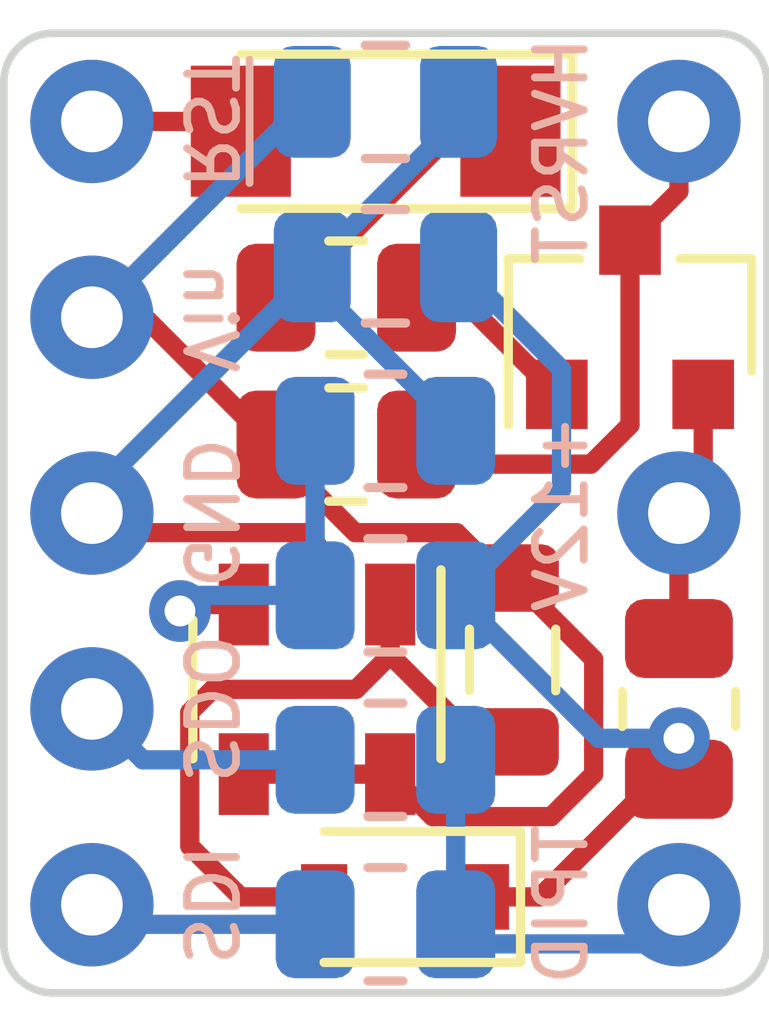
<source format=kicad_pcb>
(kicad_pcb (version 20211014) (generator pcbnew)
  (layers (0 "F.Cu" signal) (31 "B.Cu" signal) (34 "B.Paste" user) (35 "F.Paste" user) (36 "B.SilkS" user "B.Silkscreen") (37 "F.SilkS" user "F.Silkscreen") (38 "B.Mask" user) (39 "F.Mask" user) (44 "Edge.Cuts" user))
  (net 0 "")
  (net 1 "Net-(C2-Pad2)")
  (net 2 "Net-(Q1-Pad1)")
  (net 3 "GND")
  (net 4 "V_{in}")
  (net 5 "~{RST}")
  (net 6 "HVRST")
  (net 7 "Net-(D1-Pad2)")
  (net 8 "Net-(R3-Pad1)")
  (net 9 "Net-(D2-Pad1)")
  (net 10 "12V")
  (net 11 "TPIDATA")
  (net 12 "MISO")
  (net 13 "MOSI")
  (footprint "Diode_SMD:D_SOD-323" (layer "F.Cu") (at 76.454 109.6264 180)
    (fp_text reference "D1" hide)
    (fp_text value "NSR0240HT1G" hide)
    (fp_line (start -1.5 0.85) (end 1.05 0.85) (layer "F.SilkS") (width 0.12))
    (fp_line (start -1.5 -0.85) (end 1.05 -0.85) (layer "F.SilkS") (width 0.12))
    (fp_line (start -1.5 -0.85) (end -1.5 0.85) (layer "F.SilkS") (width 0.12))
    (pad "1" smd rect locked (at -1.05 0 180) (size 0.6 0.85) (layers "F.Cu" "F.Paste" "F.Mask") (net 1 "Net-(C2-Pad2)"))
    (pad "2" smd rect locked (at 1.05 0 180) (size 0.6 0.85) (layers "F.Cu" "F.Paste" "F.Mask") (net 7 "Net-(D1-Pad2)"))
  )
  (footprint "Package_TO_SOT_SMD:SOT-23" (layer "F.Cu") (at 79.375 102.108 90)
    (fp_text reference "Q1" hide)
    (fp_text value "Q_PNP_BEC" hide)
    (fp_line (start 0.76 -1.58) (end -1.4 -1.58) (layer "F.SilkS") (width 0.12))
    (fp_line (start 0.76 1.58) (end 0.76 0.65) (layer "F.SilkS") (width 0.12))
    (fp_line (start 0.76 -1.58) (end 0.76 -0.65) (layer "F.SilkS") (width 0.12))
    (fp_line (start 0.76 1.58) (end -0.7 1.58) (layer "F.SilkS") (width 0.12))
    (pad "1" smd rect locked (at -1 -0.95 90) (size 0.9 0.8) (layers "F.Cu" "F.Paste" "F.Mask") (net 2 "Net-(Q1-Pad1)"))
    (pad "2" smd rect locked (at -1 0.95 90) (size 0.9 0.8) (layers "F.Cu" "F.Paste" "F.Mask") (net 10 "12V"))
    (pad "3" smd rect locked (at 1 0 90) (size 0.9 0.8) (layers "F.Cu" "F.Paste" "F.Mask") (net 6 "HVRST"))
  )
  (footprint "Resistor_SMD:R_0805_2012Metric" (layer "F.Cu") (at 75.692 101.854 180)
    (fp_text reference "R1" hide)
    (fp_text value "5kΩ" hide)
    (fp_line (start -0.227064 -0.735) (end 0.227064 -0.735) (layer "F.SilkS") (width 0.12))
    (fp_line (start -0.227064 0.735) (end 0.227064 0.735) (layer "F.SilkS") (width 0.12))
    (pad "1" smd roundrect locked (at -0.9125 0 180) (size 1.025 1.4) (layers "F.Cu" "F.Paste" "F.Mask") (roundrect_rratio 0.243902) (net 2 "Net-(Q1-Pad1)"))
    (pad "2" smd roundrect locked (at 0.9125 0 180) (size 1.025 1.4) (layers "F.Cu" "F.Paste" "F.Mask") (roundrect_rratio 0.243902) (net 9 "Net-(D2-Pad1)"))
  )
  (footprint "Resistor_SMD:R_0805_2012Metric" (layer "F.Cu") (at 80.01 107.188 -90)
    (fp_text reference "R2" hide)
    (fp_text value "1kΩ" hide)
    (fp_line (start -0.227064 0.735) (end 0.227064 0.735) (layer "F.SilkS") (width 0.12))
    (fp_line (start -0.227064 -0.735) (end 0.227064 -0.735) (layer "F.SilkS") (width 0.12))
    (pad "1" smd roundrect locked (at -0.9125 0 270) (size 1.025 1.4) (layers "F.Cu" "F.Paste" "F.Mask") (roundrect_rratio 0.243902) (net 10 "12V"))
    (pad "2" smd roundrect locked (at 0.9125 0 270) (size 1.025 1.4) (layers "F.Cu" "F.Paste" "F.Mask") (roundrect_rratio 0.243902) (net 1 "Net-(C2-Pad2)"))
  )
  (footprint "Package_TO_SOT_SMD:SOT-23-5" (layer "F.Cu") (at 75.311 106.934 -90)
    (fp_text reference "U1" hide)
    (fp_text value "AP3012" hide)
    (fp_line (start 0.9 -1.61) (end -1.55 -1.61) (layer "F.SilkS") (width 0.12))
    (fp_line (start -0.9 1.61) (end 0.9 1.61) (layer "F.SilkS") (width 0.12))
    (pad "1" smd rect locked (at -1.1 -0.95 270) (size 1.06 0.65) (layers "F.Cu" "F.Paste" "F.Mask") (net 7 "Net-(D1-Pad2)"))
    (pad "2" smd rect locked (at -1.1 0 270) (size 1.06 0.65) (layers "F.Cu" "F.Paste" "F.Mask") (net 3 "GND"))
    (pad "3" smd rect locked (at -1.1 0.95 270) (size 1.06 0.65) (layers "F.Cu" "F.Paste" "F.Mask") (net 8 "Net-(R3-Pad1)"))
    (pad "4" smd rect locked (at 1.1 0.95 270) (size 1.06 0.65) (layers "F.Cu" "F.Paste" "F.Mask") (net 4 "V_{in}"))
    (pad "5" smd rect locked (at 1.1 -0.95 270) (size 1.06 0.65) (layers "F.Cu" "F.Paste" "F.Mask") (net 4 "V_{in}"))
  )
  (footprint "Inductor_SMD:L_0805_2012Metric" (layer "F.Cu") (at 77.851 106.553 -90)
    (fp_text reference "L1" hide)
    (fp_text value "10μH" hide)
    (fp_line (start -0.399622 0.56) (end 0.399622 0.56) (layer "F.SilkS") (width 0.12))
    (fp_line (start -0.399622 -0.56) (end 0.399622 -0.56) (layer "F.SilkS") (width 0.12))
    (pad "1" smd roundrect locked (at -1.0625 0 270) (size 0.875 1.2) (layers "F.Cu" "F.Paste" "F.Mask") (net 4 "V_{in}"))
    (pad "2" smd roundrect locked (at 1.0625 0 270) (size 0.875 1.2) (layers "F.Cu" "F.Paste" "F.Mask") (net 7 "Net-(D1-Pad2)"))
  )
  (footprint "Resistor_SMD:R_0805_2012Metric" (layer "F.Cu") (at 75.692 103.759)
    (fp_text reference "R5" hide)
    (fp_text value "5kΩ" hide)
    (fp_line (start -0.227064 0.735) (end 0.227064 0.735) (layer "F.SilkS") (width 0.12))
    (fp_line (start -0.227064 -0.735) (end 0.227064 -0.735) (layer "F.SilkS") (width 0.12))
    (pad "1" smd roundrect locked (at -0.9125 0) (size 1.025 1.4) (layers "F.Cu" "F.Paste" "F.Mask") (roundrect_rratio 0.243902) (net 4 "V_{in}"))
    (pad "2" smd roundrect locked (at 0.9125 0) (size 1.025 1.4) (layers "F.Cu" "F.Paste" "F.Mask") (roundrect_rratio 0.243902) (net 6 "HVRST"))
  )
  (footprint "Diode_SMD:D_MiniMELF" (layer "F.Cu") (at 76.073 99.695 180)
    (fp_text reference "D2" hide)
    (fp_text value "D_Zener" hide)
    (fp_line (start -2.55 1) (end 1.75 1) (layer "F.SilkS") (width 0.12))
    (fp_line (start 1.75 -1) (end -2.55 -1) (layer "F.SilkS") (width 0.12))
    (fp_line (start -2.55 -1) (end -2.55 1) (layer "F.SilkS") (width 0.12))
    (pad "1" smd rect locked (at -1.75 0 180) (size 1.3 1.7) (layers "F.Cu" "F.Paste" "F.Mask") (net 9 "Net-(D2-Pad1)"))
    (pad "2" smd rect locked (at 1.75 0 180) (size 1.3 1.7) (layers "F.Cu" "F.Paste" "F.Mask") (net 5 "~{RST}"))
  )
  (footprint "Package_DIP:DIP-10_W7.62mm" (layer "F.Cu") (at 72.39 99.568)
    (fp_text reference "J1" hide)
    (fp_text value "Conn_02x04_Counter_Clockwise" hide)
    (pad "1" thru_hole oval (at 0 0) (size 1.6 1.6) (drill 0.8) (layers *.Cu *.Mask) (net 5 "~{RST}"))
    (pad "2" thru_hole oval (at 0 2.54) (size 1.6 1.6) (drill 0.8) (layers *.Cu *.Mask) (net 4 "V_{in}"))
    (pad "3" thru_hole oval (at 0 5.08) (size 1.6 1.6) (drill 0.8) (layers *.Cu *.Mask) (net 3 "GND"))
    (pad "4" thru_hole oval (at 0 7.62) (size 1.6 1.6) (drill 0.8) (layers *.Cu *.Mask) (net 12 "MISO"))
    (pad "5" thru_hole oval (at 0 10.16) (size 1.6 1.6) (drill 0.8) (layers *.Cu *.Mask) (net 13 "MOSI"))
    (pad "6" thru_hole oval (at 7.62 10.16) (size 1.6 1.6) (drill 0.8) (layers *.Cu *.Mask) (net 11 "TPIDATA"))
    (pad "8" thru_hole oval (at 7.62 5.08) (size 1.6 1.6) (drill 0.8) (layers *.Cu *.Mask) (net 10 "12V"))
    (pad "10" thru_hole oval (at 7.62 0) (size 1.6 1.6) (drill 0.8) (layers *.Cu *.Mask) (net 6 "HVRST"))
  )
  (footprint "Capacitor_SMD:C_0805_2012Metric" (layer "B.Cu") (at 76.2 99.314 180)
    (fp_text reference "C1" hide)
    (fp_text value "1μF" hide)
    (fp_line (start -0.261252 0.735) (end 0.261252 0.735) (layer "B.SilkS") (width 0.12))
    (fp_line (start -0.261252 -0.735) (end 0.261252 -0.735) (layer "B.SilkS") (width 0.12))
    (pad "1" smd roundrect locked (at -0.95 0 180) (size 1 1.45) (layers "B.Cu" "B.Paste" "B.Mask") (net 3 "GND"))
    (pad "2" smd roundrect locked (at 0.95 0 180) (size 1 1.45) (layers "B.Cu" "B.Paste" "B.Mask") (net 4 "V_{in}"))
  )
  (footprint "Capacitor_SMD:C_0805_2012Metric" (layer "B.Cu") (at 76.2 101.4476)
    (fp_text reference "C2" hide)
    (fp_text value "1μF" hide)
    (fp_line (start -0.261252 -0.735) (end 0.261252 -0.735) (layer "B.SilkS") (width 0.12))
    (fp_line (start -0.261252 0.735) (end 0.261252 0.735) (layer "B.SilkS") (width 0.12))
    (pad "1" smd roundrect locked (at -0.95 0) (size 1 1.45) (layers "B.Cu" "B.Paste" "B.Mask") (net 3 "GND"))
    (pad "2" smd roundrect locked (at 0.95 0) (size 1 1.45) (layers "B.Cu" "B.Paste" "B.Mask") (net 1 "Net-(C2-Pad2)"))
  )
  (footprint "Resistor_SMD:R_0805_2012Metric" (layer "B.Cu") (at 76.2 105.7148)
    (fp_text reference "R3" hide)
    (fp_text value "100kΩ" hide)
    (fp_line (start -0.227064 -0.735) (end 0.227064 -0.735) (layer "B.SilkS") (width 0.12))
    (fp_line (start -0.227064 0.735) (end 0.227064 0.735) (layer "B.SilkS") (width 0.12))
    (pad "1" smd roundrect locked (at -0.9125 0) (size 1.025 1.4) (layers "B.Cu" "B.Paste" "B.Mask") (roundrect_rratio 0.243902) (net 8 "Net-(R3-Pad1)"))
    (pad "2" smd roundrect locked (at 0.9125 0) (size 1.025 1.4) (layers "B.Cu" "B.Paste" "B.Mask") (roundrect_rratio 0.243902) (net 1 "Net-(C2-Pad2)"))
  )
  (footprint "Resistor_SMD:R_0805_2012Metric" (layer "B.Cu") (at 76.2 103.5812 180)
    (fp_text reference "R4" hide)
    (fp_text value "12kΩ" hide)
    (fp_line (start -0.227064 0.735) (end 0.227064 0.735) (layer "B.SilkS") (width 0.12))
    (fp_line (start -0.227064 -0.735) (end 0.227064 -0.735) (layer "B.SilkS") (width 0.12))
    (pad "1" smd roundrect locked (at -0.9125 0 180) (size 1.025 1.4) (layers "B.Cu" "B.Paste" "B.Mask") (roundrect_rratio 0.243902) (net 3 "GND"))
    (pad "2" smd roundrect locked (at 0.9125 0 180) (size 1.025 1.4) (layers "B.Cu" "B.Paste" "B.Mask") (roundrect_rratio 0.243902) (net 8 "Net-(R3-Pad1)"))
  )
  (footprint "Resistor_SMD:R_0805_2012Metric" (layer "B.Cu") (at 76.2 109.982)
    (fp_text reference "R7" hide)
    (fp_text value "220Ω" hide)
    (fp_line (start -0.227064 0.735) (end 0.227064 0.735) (layer "B.SilkS") (width 0.12))
    (fp_line (start -0.227064 -0.735) (end 0.227064 -0.735) (layer "B.SilkS") (width 0.12))
    (pad "1" smd roundrect (at -0.9125 0) (size 1.025 1.4) (layers "B.Cu" "B.Paste" "B.Mask") (roundrect_rratio 0.243902) (net 13 "MOSI"))
    (pad "2" smd roundrect (at 0.9125 0) (size 1.025 1.4) (layers "B.Cu" "B.Paste" "B.Mask") (roundrect_rratio 0.243902) (net 11 "TPIDATA"))
  )
  (footprint "Resistor_SMD:R_0805_2012Metric" (layer "B.Cu") (at 76.2 107.8484 180)
    (fp_text reference "R6" hide)
    (fp_text value "220Ω" hide)
    (fp_line (start -0.227064 0.735) (end 0.227064 0.735) (layer "B.SilkS") (width 0.12))
    (fp_line (start -0.227064 -0.735) (end 0.227064 -0.735) (layer "B.SilkS") (width 0.12))
    (pad "1" smd roundrect (at -0.9125 0 180) (size 1.025 1.4) (layers "B.Cu" "B.Paste" "B.Mask") (roundrect_rratio 0.243902) (net 11 "TPIDATA"))
    (pad "2" smd roundrect (at 0.9125 0 180) (size 1.025 1.4) (layers "B.Cu" "B.Paste" "B.Mask") (roundrect_rratio 0.243902) (net 12 "MISO"))
  )
  (gr_line (start 71.247 110.236) (end 71.247 99.06) (layer "Edge.Cuts") (width 0.1))
  (gr_line (start 71.882 98.425) (end 80.518 98.425) (layer "Edge.Cuts") (width 0.1))
  (gr_line (start 81.153 99.06) (end 81.153 110.236) (layer "Edge.Cuts") (width 0.1))
  (gr_arc (start 80.518 98.425) (mid 80.967013 98.610987) (end 81.153 99.06) (layer "Edge.Cuts") (width 0.1))
  (gr_arc (start 81.153 110.236) (mid 80.967013 110.685013) (end 80.518 110.871) (layer "Edge.Cuts") (width 0.1))
  (gr_line (start 80.518 110.871) (end 71.882 110.871) (layer "Edge.Cuts") (width 0.1))
  (gr_arc (start 71.882 110.871) (mid 71.432987 110.685013) (end 71.247 110.236) (layer "Edge.Cuts") (width 0.1))
  (gr_arc (start 71.247 99.06) (mid 71.432987 98.610987) (end 71.882 98.425) (layer "Edge.Cuts") (width 0.1))
  (gr_text "SDO" (at 73.914 107.188 -90) (layer "B.SilkS") (effects (font (size 0.635 0.635) (thickness 0.1016)) (justify mirror)))
  (gr_text "~{RST}" (at 73.914 99.568 -90) (layer "B.SilkS") (effects (font (size 0.635 0.635) (thickness 0.1016)) (justify mirror)))
  (gr_text "SDI" (at 73.914 109.728 -90) (layer "B.SilkS") (effects (font (size 0.635 0.635) (thickness 0.1016)) (justify mirror)))
  (gr_text "GND" (at 73.914 104.648 -90) (layer "B.SilkS") (effects (font (size 0.635 0.635) (thickness 0.1016)) (justify mirror)))
  (gr_text "HVRST" (at 78.486 99.949 90) (layer "B.SilkS") (effects (font (size 0.635 0.635) (thickness 0.1016)) (justify mirror)))
  (gr_text "+12V" (at 78.486 104.648 90) (layer "B.SilkS") (effects (font (size 0.635 0.635) (thickness 0.1016)) (justify mirror)))
  (gr_text "Vin" (at 73.914 102.108 -90) (layer "B.SilkS") (effects (font (size 0.635 0.635) (thickness 0.1016)) (justify mirror)))
  (gr_text "TPID" (at 78.486 109.728 90) (layer "B.SilkS") (effects (font (size 0.635 0.635) (thickness 0.1016)) (justify mirror)))
  (segment (start 77.504 109.6264) (end 78.2066 109.6264) (width 0.25) (layer "F.Cu") (net 1))
  (segment (start 78.2066 109.6264) (end 80.01 107.823) (width 0.25) (layer "F.Cu") (net 1))
  (segment (start 80.01 108.1005) (end 80.01 107.569) (width 0.25) (layer "F.Cu") (net 1))
  (segment (start 80.01 107.823) (end 80.01 107.569) (width 0.25) (layer "F.Cu") (net 1))
  (via (at 80.01 107.569) (size 0.8) (drill 0.4) (layers "F.Cu" "B.Cu") (net 1))
  (segment (start 77.1125 105.7148) (end 78.9667 107.569) (width 0.25) (layer "B.Cu") (net 1))
  (segment (start 77.15 101.4476) (end 78.486 102.7836) (width 0.25) (layer "B.Cu") (net 1))
  (segment (start 78.9667 107.569) (end 80.01 107.569) (width 0.25) (layer "B.Cu") (net 1))
  (segment (start 78.486 104.3413) (end 77.1125 105.7148) (width 0.25) (layer "B.Cu") (net 1))
  (segment (start 78.486 102.7836) (end 78.486 104.3413) (width 0.25) (layer "B.Cu") (net 1))
  (segment (start 77.171 101.854) (end 78.425 103.108) (width 0.25) (layer "F.Cu") (net 2))
  (segment (start 76.6045 101.854) (end 77.171 101.854) (width 0.25) (layer "F.Cu") (net 2))
  (segment (start 75.311 105.054) (end 75.159 104.902) (width 0.25) (layer "F.Cu") (net 3))
  (segment (start 75.159 104.902) (end 72.644 104.902) (width 0.25) (layer "F.Cu") (net 3))
  (segment (start 72.644 104.902) (end 72.39 104.648) (width 0.25) (layer "F.Cu") (net 3))
  (segment (start 75.311 105.834) (end 75.311 105.054) (width 0.25) (layer "F.Cu") (net 3))
  (segment (start 75.25 101.4476) (end 75.25 101.534) (width 0.25) (layer "B.Cu") (net 3))
  (segment (start 72.39 104.394) (end 72.39 104.648) (width 0.25) (layer "B.Cu") (net 3))
  (segment (start 77.15 99.5476) (end 75.25 101.4476) (width 0.25) (layer "B.Cu") (net 3))
  (segment (start 77.1125 103.5285) (end 75.25 101.666) (width 0.25) (layer "B.Cu") (net 3))
  (segment (start 77.15 99.314) (end 77.15 99.5476) (width 0.25) (layer "B.Cu") (net 3))
  (segment (start 77.1125 103.5812) (end 77.1125 103.5285) (width 0.25) (layer "B.Cu") (net 3))
  (segment (start 75.25 101.534) (end 72.39 104.394) (width 0.25) (layer "B.Cu") (net 3))
  (segment (start 75.25 101.666) (end 75.25 101.4476) (width 0.25) (layer "B.Cu") (net 3))
  (segment (start 76.812 108.585) (end 76.261 108.034) (width 0.25) (layer "F.Cu") (net 4))
  (segment (start 72.39 102.108) (end 73.07675 102.108) (width 0.25) (layer "F.Cu") (net 4))
  (segment (start 78.351399 108.585) (end 76.812 108.585) (width 0.25) (layer "F.Cu") (net 4))
  (segment (start 77.851 105.4905) (end 78.90252 106.54202) (width 0.25) (layer "F.Cu") (net 4))
  (segment (start 77.12495 104.902) (end 77.68805 105.4651) (width 0.25) (layer "F.Cu") (net 4))
  (segment (start 74.7795 103.87425) (end 75.80725 104.902) (width 0.25) (layer "F.Cu") (net 4))
  (segment (start 75.80725 104.902) (end 77.12495 104.902) (width 0.25) (layer "F.Cu") (net 4))
  (segment (start 74.7795 103.759) (end 74.7795 103.87425) (width 0.25) (layer "F.Cu") (net 4))
  (segment (start 73.07675 102.108) (end 74.72775 103.759) (width 0.25) (layer "F.Cu") (net 4))
  (segment (start 77.68805 105.4651) (end 78.105 105.4651) (width 0.25) (layer "F.Cu") (net 4))
  (segment (start 74.72775 103.759) (end 74.7795 103.759) (width 0.25) (layer "F.Cu") (net 4))
  (segment (start 78.90252 106.54202) (end 78.90252 108.033879) (width 0.25) (layer "F.Cu") (net 4))
  (segment (start 78.90252 108.033879) (end 78.351399 108.585) (width 0.25) (layer "F.Cu") (net 4))
  (segment (start 76.261 108.034) (end 74.361 108.034) (width 0.25) (layer "F.Cu") (net 4))
  (segment (start 75.25 99.314) (end 75.184 99.314) (width 0.25) (layer "B.Cu") (net 4))
  (segment (start 75.184 99.314) (end 72.39 102.108) (width 0.25) (layer "B.Cu") (net 4))
  (segment (start 74.323 99.695) (end 74.196 99.568) (width 0.25) (layer "F.Cu") (net 5))
  (segment (start 74.196 99.568) (end 72.39 99.568) (width 0.25) (layer "F.Cu") (net 5))
  (segment (start 80.01 99.568) (end 80.01 100.473) (width 0.25) (layer "F.Cu") (net 6))
  (segment (start 76.8585 104.013) (end 76.6045 103.759) (width 0.25) (layer "F.Cu") (net 6))
  (segment (start 79.375 101.108) (end 79.375 103.505) (width 0.25) (layer "F.Cu") (net 6))
  (segment (start 78.867 104.013) (end 76.8585 104.013) (width 0.25) (layer "F.Cu") (net 6))
  (segment (start 79.375 103.505) (end 78.867 104.013) (width 0.25) (layer "F.Cu") (net 6))
  (segment (start 80.01 100.473) (end 79.375 101.108) (width 0.25) (layer "F.Cu") (net 6))
  (segment (start 76.261 106.487) (end 76.261 105.834) (width 0.25) (layer "F.Cu") (net 7))
  (segment (start 73.956978 106.934) (end 75.819 106.934) (width 0.25) (layer "F.Cu") (net 7))
  (segment (start 75.819 106.934) (end 76.261 106.492) (width 0.25) (layer "F.Cu") (net 7))
  (segment (start 75.404 109.6264) (end 74.3204 109.6264) (width 0.25) (layer "F.Cu") (net 7))
  (segment (start 74.3204 109.6264) (end 73.66 108.966) (width 0.25) (layer "F.Cu") (net 7))
  (segment (start 73.66 107.230978) (end 73.956978 106.934) (width 0.25) (layer "F.Cu") (net 7))
  (segment (start 76.261 106.492) (end 76.261 105.834) (width 0.25) (layer "F.Cu") (net 7))
  (segment (start 73.66 108.966) (end 73.66 107.230978) (width 0.25) (layer "F.Cu") (net 7))
  (segment (start 77.851 107.6155) (end 77.3895 107.6155) (width 0.25) (layer "F.Cu") (net 7))
  (segment (start 77.3895 107.6155) (end 76.261 106.487) (width 0.25) (layer "F.Cu") (net 7))
  (segment (start 73.617 105.834) (end 73.533 105.918) (width 0.25) (layer "F.Cu") (net 8))
  (segment (start 74.361 105.834) (end 73.617 105.834) (width 0.25) (layer "F.Cu") (net 8))
  (via (at 73.533 105.918) (size 0.8) (drill 0.4) (layers "F.Cu" "B.Cu") (net 8))
  (segment (start 75.2875 105.7148) (end 73.7362 105.7148) (width 0.25) (layer "B.Cu") (net 8))
  (segment (start 75.2875 103.5812) (end 75.2875 105.7148) (width 0.25) (layer "B.Cu") (net 8))
  (segment (start 73.7362 105.7148) (end 73.533 105.918) (width 0.25) (layer "B.Cu") (net 8))
  (segment (start 74.7795 101.854) (end 74.93 101.854) (width 0.25) (layer "F.Cu") (net 9))
  (segment (start 74.93 101.854) (end 77.089 99.695) (width 0.25) (layer "F.Cu") (net 9))
  (segment (start 77.089 99.695) (end 77.823 99.695) (width 0.25) (layer "F.Cu") (net 9))
  (segment (start 80.325 104.333) (end 80.01 104.648) (width 0.25) (layer "F.Cu") (net 10))
  (segment (start 80.01 106.2755) (end 80.01 104.648) (width 0.25) (layer "F.Cu") (net 10))
  (segment (start 80.325 103.108) (end 80.325 104.333) (width 0.25) (layer "F.Cu") (net 10))
  (segment (start 77.3665 110.236) (end 77.1125 109.982) (width 0.25) (layer "B.Cu") (net 11))
  (segment (start 79.502 110.236) (end 77.3665 110.236) (width 0.25) (layer "B.Cu") (net 11))
  (segment (start 77.1125 107.8484) (end 77.1125 109.982) (width 0.25) (layer "B.Cu") (net 11))
  (segment (start 80.01 109.728) (end 79.502 110.236) (width 0.25) (layer "B.Cu") (net 11))
  (segment (start 73.0504 107.8484) (end 72.39 107.188) (width 0.25) (layer "B.Cu") (net 12))
  (segment (start 75.2875 107.8484) (end 73.0504 107.8484) (width 0.25) (layer "B.Cu") (net 12))
  (segment (start 72.644 109.982) (end 75.2875 109.982) (width 0.25) (layer "B.Cu") (net 13))
  (segment (start 72.39 109.728) (end 72.644 109.982) (width 0.25) (layer "B.Cu") (net 13))
)
</source>
